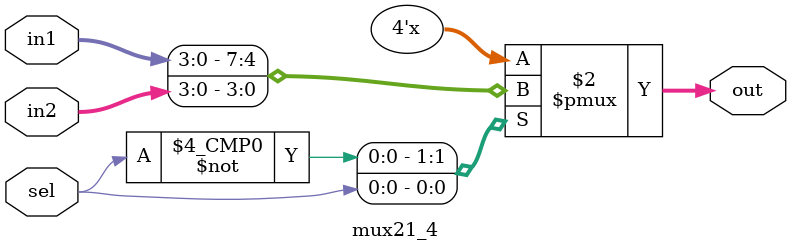
<source format=v>

module mux21_4(
    input [3:0] in1, in2,
    input sel,
    output reg [3:0] out
);
    always @(*) begin
        case(sel)
            1'b0: out = in1;
            1'b1: out = in2;
            default: out = 4'bxxxx;
        endcase
    end
endmodule


</source>
